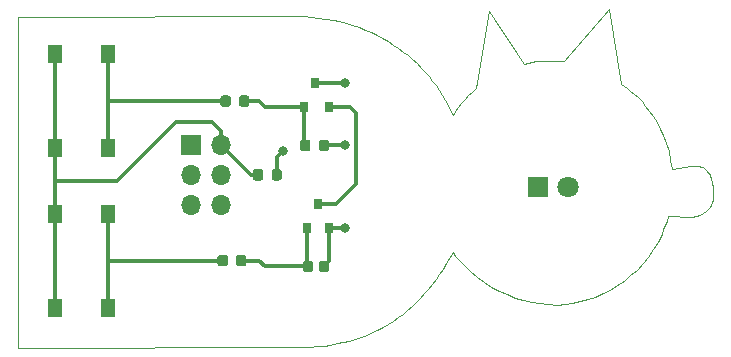
<source format=gbr>
G04 This is an RS-274x file exported by *
G04 gerbv version 2.6A *
G04 More information is available about gerbv at *
G04 http://gerbv.geda-project.org/ *
G04 --End of header info--*
%MOIN*%
%FSLAX34Y34*%
%IPPOS*%
G04 --Define apertures--*
%ADD10C,0.0039*%
%ADD11R,0.0709X0.0709*%
%ADD12C,0.0709*%
%ADD13C,0.0344*%
%ADD14R,0.0669X0.0669*%
%ADD15O,0.0669X0.0669*%
%ADD16R,0.0315X0.0354*%
%ADD17R,0.0512X0.0610*%
%ADD18C,0.0315*%
%ADD19C,0.0120*%
G04 --Start main section--*
G54D10*
G01X0033237Y-014914D02*
G01X0033215Y-014992D01*
G01X0030994Y-011770D02*
G01X0031125Y-011936D01*
G01X0033083Y-015217D02*
G01X0033011Y-015284D01*
G01X0032922Y-015345D02*
G01X0032815Y-015398D01*
G01X0032815Y-015398D02*
G01X0032687Y-015441D01*
G01X0032687Y-015441D02*
G01X0032537Y-015473D01*
G01X0031249Y-016559D02*
G01X0031081Y-016798D01*
G01X0031081Y-016798D02*
G01X0030899Y-017022D01*
G01X0031125Y-011936D02*
G01X0031252Y-012117D01*
G01X0032769Y-013780D02*
G01X0032837Y-013797D01*
G01X0033011Y-015284D02*
G01X0032922Y-015345D01*
G01X0033226Y-014335D02*
G01X0033250Y-014492D01*
G01X0030899Y-017022D02*
G01X0030702Y-017230D01*
G01X0031741Y-015449D02*
G01X0031697Y-015601D01*
G01X0032614Y-013772D02*
G01X0032695Y-013771D01*
G01X0031400Y-016304D02*
G01X0031249Y-016559D01*
G01X0031593Y-015893D02*
G01X0031533Y-016034D01*
G01X0031648Y-015749D02*
G01X0031593Y-015893D01*
G01X0030702Y-017230D02*
G01X0030494Y-017422D01*
G01X0030494Y-017422D02*
G01X0030275Y-017597D01*
G01X0031873Y-013866D02*
G01X0032527Y-013782D01*
G01X0032956Y-013857D02*
G01X0033007Y-013898D01*
G01X0031697Y-015601D02*
G01X0031648Y-015749D01*
G01X0031828Y-013562D02*
G01X0031873Y-013866D01*
G01X0029568Y-018023D02*
G01X0029321Y-018131D01*
G01X0029321Y-018131D02*
G01X0029069Y-018221D01*
G01X0033007Y-013898D02*
G01X0033053Y-013945D01*
G01X0032537Y-015473D02*
G01X0031741Y-015449D01*
G01X0033129Y-014057D02*
G01X0033160Y-014121D01*
G01X0033093Y-013998D02*
G01X0033129Y-014057D01*
G01X0033140Y-015145D02*
G01X0033083Y-015217D01*
G01X0029069Y-018221D02*
G01X0028816Y-018294D01*
G01X0028816Y-018294D02*
G01X0028561Y-018348D01*
G01X0028561Y-018348D02*
G01X0028302Y-018383D01*
G01X0031764Y-013277D02*
G01X0031828Y-013562D01*
G01X0032527Y-013782D02*
G01X0032614Y-013772D01*
G01X0033053Y-013945D02*
G01X0033093Y-013998D01*
G01X0033250Y-014492D02*
G01X0033258Y-014695D01*
G01X0033160Y-014121D02*
G01X0033186Y-014189D01*
G01X0030047Y-017756D02*
G01X0029811Y-017898D01*
G01X0033258Y-014695D02*
G01X0033250Y-014838D01*
G01X0033184Y-015069D02*
G01X0033140Y-015145D01*
G01X0030275Y-017597D02*
G01X0030047Y-017756D01*
G01X0029811Y-017898D02*
G01X0029568Y-018023D01*
G01X0030863Y-011621D02*
G01X0030994Y-011770D01*
G01X0032695Y-013771D02*
G01X0032769Y-013780D01*
G01X0030733Y-011487D02*
G01X0030863Y-011621D01*
G01X0031533Y-016034D02*
G01X0031400Y-016304D01*
G01X0031373Y-012315D02*
G01X0031487Y-012530D01*
G01X0033215Y-014992D02*
G01X0033184Y-015069D01*
G01X0031487Y-012530D02*
G01X0031592Y-012761D01*
G01X0033186Y-014189D02*
G01X0033226Y-014335D01*
G01X0031685Y-013010D02*
G01X0031764Y-013277D01*
G01X0031252Y-012117D02*
G01X0031373Y-012315D01*
G01X0031592Y-012761D02*
G01X0031685Y-013010D01*
G01X0032837Y-013797D02*
G01X0032899Y-013823D01*
G01X0032899Y-013823D02*
G01X0032956Y-013857D01*
G01X0033250Y-014838D02*
G01X0033237Y-014914D01*
G01X0020042Y-019786D02*
G01X0019813Y-019801D01*
G01X0023881Y-017714D02*
G01X0023753Y-017873D01*
G01X0019094Y-019803D02*
G01X0010079Y-019842D01*
G01X0010079Y-019842D02*
G01X0010079Y-019842D01*
G01X0027485Y-018361D02*
G01X0027207Y-018313D01*
G01X0028035Y-018396D02*
G01X0027762Y-018389D01*
G01X0023753Y-017873D02*
G01X0023620Y-018026D01*
G01X0021881Y-019318D02*
G01X0021696Y-019398D01*
G01X0024354Y-017027D02*
G01X0024242Y-017207D01*
G01X0027207Y-018313D02*
G01X0026928Y-018247D01*
G01X0019813Y-019801D02*
G01X0019579Y-019810D01*
G01X0025853Y-017801D02*
G01X0025604Y-017647D01*
G01X0022238Y-019139D02*
G01X0022062Y-019232D01*
G01X0025604Y-017647D02*
G01X0025366Y-017478D01*
G01X0022576Y-018935D02*
G01X0022409Y-019040D01*
G01X0021312Y-019537D02*
G01X0021112Y-019596D01*
G01X0026652Y-018162D02*
G01X0026379Y-018059D01*
G01X0022738Y-018823D02*
G01X0022576Y-018935D01*
G01X0021112Y-019596D02*
G01X0020908Y-019649D01*
G01X0024651Y-016769D02*
G01X0024567Y-016654D01*
G01X0025141Y-017293D02*
G01X0024932Y-017094D01*
G01X0020699Y-019694D02*
G01X0020485Y-019732D01*
G01X0020485Y-019732D02*
G01X0020266Y-019762D01*
G01X0024567Y-016654D02*
G01X0024354Y-017027D01*
G01X0024242Y-017207D02*
G01X0024125Y-017381D01*
G01X0022896Y-018705D02*
G01X0022738Y-018823D01*
G01X0022409Y-019040D02*
G01X0022238Y-019139D01*
G01X0020908Y-019649D02*
G01X0020699Y-019694D01*
G01X0020266Y-019762D02*
G01X0020042Y-019786D01*
G01X0019579Y-019810D02*
G01X0019339Y-019810D01*
G01X0019339Y-019810D02*
G01X0019094Y-019803D01*
G01X0027762Y-018389D02*
G01X0027485Y-018361D01*
G01X0024740Y-016880D02*
G01X0024651Y-016769D01*
G01X0024005Y-017550D02*
G01X0023881Y-017714D01*
G01X0022062Y-019232D02*
G01X0021881Y-019318D01*
G01X0024125Y-017381D02*
G01X0024005Y-017550D01*
G01X0023484Y-018173D02*
G01X0023343Y-018315D01*
G01X0023343Y-018315D02*
G01X0023199Y-018451D01*
G01X0026928Y-018247D02*
G01X0026652Y-018162D01*
G01X0026379Y-018059D02*
G01X0026112Y-017938D01*
G01X0025366Y-017478D02*
G01X0025141Y-017293D01*
G01X0024932Y-017094D02*
G01X0024740Y-016880D01*
G01X0023620Y-018026D02*
G01X0023484Y-018173D01*
G01X0023199Y-018451D02*
G01X0023049Y-018581D01*
G01X0028302Y-018383D02*
G01X0028035Y-018396D01*
G01X0026112Y-017938D02*
G01X0025853Y-017801D01*
G01X0023049Y-018581D02*
G01X0022896Y-018705D01*
G01X0021696Y-019398D02*
G01X0021506Y-019471D01*
G01X0021506Y-019471D02*
G01X0021312Y-019537D01*
G01X0024720Y-011857D02*
G01X0024888Y-011642D01*
G01X0022743Y-009847D02*
G01X0022907Y-009968D01*
G01X0022398Y-009620D02*
G01X0022574Y-009731D01*
G01X0022217Y-009515D02*
G01X0022398Y-009620D01*
G01X0024003Y-011095D02*
G01X0024113Y-011252D01*
G01X0024216Y-011411D02*
G01X0024313Y-011572D01*
G01X0021010Y-009017D02*
G01X0021225Y-009082D01*
G01X0020332Y-008865D02*
G01X0020563Y-008907D01*
G01X0010079Y-019842D02*
G01X0010079Y-008819D01*
G01X0022907Y-009968D02*
G01X0023065Y-010095D01*
G01X0024113Y-011252D02*
G01X0024216Y-011411D01*
G01X0022574Y-009731D02*
G01X0022743Y-009847D01*
G01X0024313Y-011572D02*
G01X0024404Y-011736D01*
G01X0024566Y-012068D02*
G01X0024720Y-011857D01*
G01X0023217Y-010226D02*
G01X0023364Y-010361D01*
G01X0021837Y-009322D02*
G01X0022030Y-009415D01*
G01X0021434Y-009155D02*
G01X0021638Y-009235D01*
G01X0024404Y-011736D02*
G01X0024488Y-011901D01*
G01X0023364Y-010361D02*
G01X0023504Y-010501D01*
G01X0024888Y-011642D02*
G01X0024985Y-011532D01*
G01X0021225Y-009082D02*
G01X0021434Y-009155D01*
G01X0010079Y-008819D02*
G01X0019094Y-008780D01*
G01X0023504Y-010501D02*
G01X0023638Y-010644D01*
G01X0025354Y-011181D02*
G01X0025787Y-008622D01*
G01X0025787Y-008622D02*
G01X0026945Y-010376D01*
G01X0020789Y-008958D02*
G01X0021010Y-009017D01*
G01X0026945Y-010376D02*
G01X0027079Y-010341D01*
G01X0027079Y-010341D02*
G01X0027215Y-010315D01*
G01X0025092Y-011419D02*
G01X0025215Y-011302D01*
G01X0027215Y-010315D02*
G01X0027358Y-010295D01*
G01X0027675Y-010274D02*
G01X0027855Y-010274D01*
G01X0021638Y-009235D02*
G01X0021837Y-009322D01*
G01X0027855Y-010274D02*
G01X0028277Y-010290D01*
G01X0028277Y-010290D02*
G01X0029764Y-008543D01*
G01X0029764Y-008543D02*
G01X0030175Y-011034D01*
G01X0023065Y-010095D02*
G01X0023217Y-010226D01*
G01X0024488Y-011901D02*
G01X0024566Y-012068D01*
G01X0023888Y-010942D02*
G01X0024003Y-011095D01*
G01X0019352Y-008779D02*
G01X0019605Y-008787D01*
G01X0030175Y-011034D02*
G01X0030372Y-011173D01*
G01X0019853Y-008804D02*
G01X0020095Y-008830D01*
G01X0019094Y-008780D02*
G01X0019352Y-008779D01*
G01X0020095Y-008830D02*
G01X0020332Y-008865D01*
G01X0020563Y-008907D02*
G01X0020789Y-008958D01*
G01X0022030Y-009415D02*
G01X0022217Y-009515D01*
G01X0023766Y-010791D02*
G01X0023888Y-010942D01*
G01X0024985Y-011532D02*
G01X0025092Y-011419D01*
G01X0027358Y-010295D02*
G01X0027510Y-010281D01*
G01X0030372Y-011173D02*
G01X0030485Y-011263D01*
G01X0027510Y-010281D02*
G01X0027675Y-010274D01*
G01X0030485Y-011263D02*
G01X0030607Y-011367D01*
G01X0030607Y-011367D02*
G01X0030733Y-011487D01*
G01X0025215Y-011302D02*
G01X0025354Y-011181D01*
G01X0019605Y-008787D02*
G01X0019853Y-008804D01*
G01X0023638Y-010644D02*
G01X0023766Y-010791D01*
G54D11*
G01X0027402Y-014488D03*
G54D12*
G01X0028402Y-014488D03*
G54D10*
G36*
G01X0019849Y-016939D02*
G01X0019857Y-016941D01*
G01X0019865Y-016943D01*
G01X0019873Y-016946D01*
G01X0019881Y-016949D01*
G01X0019888Y-016953D01*
G01X0019895Y-016959D01*
G01X0019901Y-016964D01*
G01X0019907Y-016970D01*
G01X0019912Y-016977D01*
G01X0019916Y-016985D01*
G01X0019920Y-016992D01*
G01X0019922Y-017000D01*
G01X0019925Y-017008D01*
G01X0019926Y-017017D01*
G01X0019926Y-017025D01*
G01X0019926Y-017227D01*
G01X0019926Y-017235D01*
G01X0019925Y-017244D01*
G01X0019922Y-017252D01*
G01X0019920Y-017260D01*
G01X0019916Y-017267D01*
G01X0019912Y-017275D01*
G01X0019907Y-017282D01*
G01X0019901Y-017288D01*
G01X0019895Y-017293D01*
G01X0019888Y-017298D01*
G01X0019881Y-017303D01*
G01X0019873Y-017306D01*
G01X0019865Y-017309D01*
G01X0019857Y-017311D01*
G01X0019849Y-017313D01*
G01X0019840Y-017313D01*
G01X0019668Y-017313D01*
G01X0019659Y-017313D01*
G01X0019651Y-017311D01*
G01X0019643Y-017309D01*
G01X0019635Y-017306D01*
G01X0019627Y-017303D01*
G01X0019620Y-017298D01*
G01X0019613Y-017293D01*
G01X0019607Y-017288D01*
G01X0019601Y-017282D01*
G01X0019596Y-017275D01*
G01X0019592Y-017267D01*
G01X0019588Y-017260D01*
G01X0019585Y-017252D01*
G01X0019583Y-017244D01*
G01X0019582Y-017235D01*
G01X0019582Y-017227D01*
G01X0019582Y-017025D01*
G01X0019582Y-017017D01*
G01X0019583Y-017008D01*
G01X0019585Y-017000D01*
G01X0019588Y-016992D01*
G01X0019592Y-016985D01*
G01X0019596Y-016977D01*
G01X0019601Y-016970D01*
G01X0019607Y-016964D01*
G01X0019613Y-016959D01*
G01X0019620Y-016953D01*
G01X0019627Y-016949D01*
G01X0019635Y-016946D01*
G01X0019643Y-016943D01*
G01X0019651Y-016941D01*
G01X0019659Y-016939D01*
G01X0019668Y-016939D01*
G01X0019840Y-016939D01*
G01X0019849Y-016939D01*
G01X0019849Y-016939D01*
G37*
G54D13*
G01X0019754Y-017126D03*
G54D10*
G36*
G01X0020370Y-016939D02*
G01X0020379Y-016941D01*
G01X0020387Y-016943D01*
G01X0020395Y-016946D01*
G01X0020402Y-016949D01*
G01X0020410Y-016953D01*
G01X0020416Y-016959D01*
G01X0020423Y-016964D01*
G01X0020428Y-016970D01*
G01X0020433Y-016977D01*
G01X0020438Y-016985D01*
G01X0020441Y-016992D01*
G01X0020444Y-017000D01*
G01X0020446Y-017008D01*
G01X0020447Y-017017D01*
G01X0020448Y-017025D01*
G01X0020448Y-017227D01*
G01X0020447Y-017235D01*
G01X0020446Y-017244D01*
G01X0020444Y-017252D01*
G01X0020441Y-017260D01*
G01X0020438Y-017267D01*
G01X0020433Y-017275D01*
G01X0020428Y-017282D01*
G01X0020423Y-017288D01*
G01X0020416Y-017293D01*
G01X0020410Y-017298D01*
G01X0020402Y-017303D01*
G01X0020395Y-017306D01*
G01X0020387Y-017309D01*
G01X0020379Y-017311D01*
G01X0020370Y-017313D01*
G01X0020362Y-017313D01*
G01X0020189Y-017313D01*
G01X0020181Y-017313D01*
G01X0020173Y-017311D01*
G01X0020164Y-017309D01*
G01X0020157Y-017306D01*
G01X0020149Y-017303D01*
G01X0020142Y-017298D01*
G01X0020135Y-017293D01*
G01X0020129Y-017288D01*
G01X0020123Y-017282D01*
G01X0020118Y-017275D01*
G01X0020114Y-017267D01*
G01X0020110Y-017260D01*
G01X0020107Y-017252D01*
G01X0020105Y-017244D01*
G01X0020104Y-017235D01*
G01X0020103Y-017227D01*
G01X0020103Y-017025D01*
G01X0020104Y-017017D01*
G01X0020105Y-017008D01*
G01X0020107Y-017000D01*
G01X0020110Y-016992D01*
G01X0020114Y-016985D01*
G01X0020118Y-016977D01*
G01X0020123Y-016970D01*
G01X0020129Y-016964D01*
G01X0020135Y-016959D01*
G01X0020142Y-016953D01*
G01X0020149Y-016949D01*
G01X0020157Y-016946D01*
G01X0020164Y-016943D01*
G01X0020173Y-016941D01*
G01X0020181Y-016939D01*
G01X0020189Y-016939D01*
G01X0020362Y-016939D01*
G01X0020370Y-016939D01*
G01X0020370Y-016939D01*
G37*
G54D13*
G01X0020276Y-017126D03*
G54D14*
G01X0015846Y-013091D03*
G54D15*
G01X0016846Y-013091D03*
G01X0015846Y-014091D03*
G01X0016846Y-014091D03*
G01X0015846Y-015091D03*
G01X0016846Y-015091D03*
G54D16*
G01X0019606Y-011811D03*
G01X0020453Y-011811D03*
G01X0019980Y-011024D03*
G01X0020079Y-015059D03*
G01X0020453Y-015846D03*
G01X0019705Y-015846D03*
G54D10*
G36*
G01X0018175Y-013888D02*
G01X0018184Y-013889D01*
G01X0018192Y-013892D01*
G01X0018200Y-013894D01*
G01X0018207Y-013898D01*
G01X0018215Y-013902D01*
G01X0018221Y-013907D01*
G01X0018228Y-013913D01*
G01X0018233Y-013919D01*
G01X0018238Y-013926D01*
G01X0018243Y-013933D01*
G01X0018246Y-013941D01*
G01X0018249Y-013949D01*
G01X0018251Y-013957D01*
G01X0018253Y-013965D01*
G01X0018253Y-013974D01*
G01X0018253Y-014176D01*
G01X0018253Y-014184D01*
G01X0018251Y-014192D01*
G01X0018249Y-014201D01*
G01X0018246Y-014209D01*
G01X0018243Y-014216D01*
G01X0018238Y-014224D01*
G01X0018233Y-014230D01*
G01X0018228Y-014237D01*
G01X0018221Y-014242D01*
G01X0018215Y-014247D01*
G01X0018207Y-014252D01*
G01X0018200Y-014255D01*
G01X0018192Y-014258D01*
G01X0018184Y-014260D01*
G01X0018175Y-014261D01*
G01X0018167Y-014262D01*
G01X0017995Y-014262D01*
G01X0017986Y-014261D01*
G01X0017978Y-014260D01*
G01X0017970Y-014258D01*
G01X0017962Y-014255D01*
G01X0017954Y-014252D01*
G01X0017947Y-014247D01*
G01X0017940Y-014242D01*
G01X0017934Y-014237D01*
G01X0017928Y-014230D01*
G01X0017923Y-014224D01*
G01X0017919Y-014216D01*
G01X0017915Y-014209D01*
G01X0017912Y-014201D01*
G01X0017910Y-014192D01*
G01X0017909Y-014184D01*
G01X0017908Y-014176D01*
G01X0017908Y-013974D01*
G01X0017909Y-013965D01*
G01X0017910Y-013957D01*
G01X0017912Y-013949D01*
G01X0017915Y-013941D01*
G01X0017919Y-013933D01*
G01X0017923Y-013926D01*
G01X0017928Y-013919D01*
G01X0017934Y-013913D01*
G01X0017940Y-013907D01*
G01X0017947Y-013902D01*
G01X0017954Y-013898D01*
G01X0017962Y-013894D01*
G01X0017970Y-013892D01*
G01X0017978Y-013889D01*
G01X0017986Y-013888D01*
G01X0017995Y-013888D01*
G01X0018167Y-013888D01*
G01X0018175Y-013888D01*
G01X0018175Y-013888D01*
G37*
G54D13*
G01X0018081Y-014075D03*
G54D10*
G36*
G01X0018795Y-013888D02*
G01X0018804Y-013889D01*
G01X0018812Y-013892D01*
G01X0018820Y-013894D01*
G01X0018828Y-013898D01*
G01X0018835Y-013902D01*
G01X0018842Y-013907D01*
G01X0018848Y-013913D01*
G01X0018853Y-013919D01*
G01X0018859Y-013926D01*
G01X0018863Y-013933D01*
G01X0018866Y-013941D01*
G01X0018869Y-013949D01*
G01X0018871Y-013957D01*
G01X0018873Y-013965D01*
G01X0018873Y-013974D01*
G01X0018873Y-014176D01*
G01X0018873Y-014184D01*
G01X0018871Y-014192D01*
G01X0018869Y-014201D01*
G01X0018866Y-014209D01*
G01X0018863Y-014216D01*
G01X0018859Y-014224D01*
G01X0018853Y-014230D01*
G01X0018848Y-014237D01*
G01X0018842Y-014242D01*
G01X0018835Y-014247D01*
G01X0018828Y-014252D01*
G01X0018820Y-014255D01*
G01X0018812Y-014258D01*
G01X0018804Y-014260D01*
G01X0018795Y-014261D01*
G01X0018787Y-014262D01*
G01X0018615Y-014262D01*
G01X0018606Y-014261D01*
G01X0018598Y-014260D01*
G01X0018590Y-014258D01*
G01X0018582Y-014255D01*
G01X0018574Y-014252D01*
G01X0018567Y-014247D01*
G01X0018560Y-014242D01*
G01X0018554Y-014237D01*
G01X0018548Y-014230D01*
G01X0018543Y-014224D01*
G01X0018539Y-014216D01*
G01X0018535Y-014209D01*
G01X0018532Y-014201D01*
G01X0018530Y-014192D01*
G01X0018529Y-014184D01*
G01X0018529Y-014176D01*
G01X0018529Y-013974D01*
G01X0018529Y-013965D01*
G01X0018530Y-013957D01*
G01X0018532Y-013949D01*
G01X0018535Y-013941D01*
G01X0018539Y-013933D01*
G01X0018543Y-013926D01*
G01X0018548Y-013919D01*
G01X0018554Y-013913D01*
G01X0018560Y-013907D01*
G01X0018567Y-013902D01*
G01X0018574Y-013898D01*
G01X0018582Y-013894D01*
G01X0018590Y-013892D01*
G01X0018598Y-013889D01*
G01X0018606Y-013888D01*
G01X0018615Y-013888D01*
G01X0018787Y-013888D01*
G01X0018795Y-013888D01*
G01X0018795Y-013888D01*
G37*
G54D13*
G01X0018701Y-014075D03*
G54D10*
G36*
G01X0017713Y-011428D02*
G01X0017721Y-011429D01*
G01X0017729Y-011431D01*
G01X0017737Y-011434D01*
G01X0017745Y-011437D01*
G01X0017752Y-011442D01*
G01X0017759Y-011447D01*
G01X0017765Y-011452D01*
G01X0017771Y-011459D01*
G01X0017776Y-011465D01*
G01X0017780Y-011473D01*
G01X0017784Y-011480D01*
G01X0017787Y-011488D01*
G01X0017789Y-011496D01*
G01X0017790Y-011505D01*
G01X0017790Y-011513D01*
G01X0017790Y-011715D01*
G01X0017790Y-011724D01*
G01X0017789Y-011732D01*
G01X0017787Y-011740D01*
G01X0017784Y-011748D01*
G01X0017780Y-011756D01*
G01X0017776Y-011763D01*
G01X0017771Y-011770D01*
G01X0017765Y-011776D01*
G01X0017759Y-011782D01*
G01X0017752Y-011787D01*
G01X0017745Y-011791D01*
G01X0017737Y-011795D01*
G01X0017729Y-011797D01*
G01X0017721Y-011800D01*
G01X0017713Y-011801D01*
G01X0017704Y-011801D01*
G01X0017532Y-011801D01*
G01X0017524Y-011801D01*
G01X0017515Y-011800D01*
G01X0017507Y-011797D01*
G01X0017499Y-011795D01*
G01X0017491Y-011791D01*
G01X0017484Y-011787D01*
G01X0017477Y-011782D01*
G01X0017471Y-011776D01*
G01X0017465Y-011770D01*
G01X0017460Y-011763D01*
G01X0017456Y-011756D01*
G01X0017452Y-011748D01*
G01X0017450Y-011740D01*
G01X0017448Y-011732D01*
G01X0017446Y-011724D01*
G01X0017446Y-011715D01*
G01X0017446Y-011513D01*
G01X0017446Y-011505D01*
G01X0017448Y-011496D01*
G01X0017450Y-011488D01*
G01X0017452Y-011480D01*
G01X0017456Y-011473D01*
G01X0017460Y-011465D01*
G01X0017465Y-011459D01*
G01X0017471Y-011452D01*
G01X0017477Y-011447D01*
G01X0017484Y-011442D01*
G01X0017491Y-011437D01*
G01X0017499Y-011434D01*
G01X0017507Y-011431D01*
G01X0017515Y-011429D01*
G01X0017524Y-011428D01*
G01X0017532Y-011427D01*
G01X0017704Y-011427D01*
G01X0017713Y-011428D01*
G01X0017713Y-011428D01*
G37*
G54D13*
G01X0017618Y-011614D03*
G54D10*
G36*
G01X0017093Y-011428D02*
G01X0017101Y-011429D01*
G01X0017109Y-011431D01*
G01X0017117Y-011434D01*
G01X0017125Y-011437D01*
G01X0017132Y-011442D01*
G01X0017139Y-011447D01*
G01X0017145Y-011452D01*
G01X0017151Y-011459D01*
G01X0017156Y-011465D01*
G01X0017160Y-011473D01*
G01X0017164Y-011480D01*
G01X0017167Y-011488D01*
G01X0017169Y-011496D01*
G01X0017170Y-011505D01*
G01X0017170Y-011513D01*
G01X0017170Y-011715D01*
G01X0017170Y-011724D01*
G01X0017169Y-011732D01*
G01X0017167Y-011740D01*
G01X0017164Y-011748D01*
G01X0017160Y-011756D01*
G01X0017156Y-011763D01*
G01X0017151Y-011770D01*
G01X0017145Y-011776D01*
G01X0017139Y-011782D01*
G01X0017132Y-011787D01*
G01X0017125Y-011791D01*
G01X0017117Y-011795D01*
G01X0017109Y-011797D01*
G01X0017101Y-011800D01*
G01X0017093Y-011801D01*
G01X0017084Y-011801D01*
G01X0016912Y-011801D01*
G01X0016903Y-011801D01*
G01X0016895Y-011800D01*
G01X0016887Y-011797D01*
G01X0016879Y-011795D01*
G01X0016871Y-011791D01*
G01X0016864Y-011787D01*
G01X0016857Y-011782D01*
G01X0016851Y-011776D01*
G01X0016845Y-011770D01*
G01X0016840Y-011763D01*
G01X0016836Y-011756D01*
G01X0016832Y-011748D01*
G01X0016829Y-011740D01*
G01X0016827Y-011732D01*
G01X0016826Y-011724D01*
G01X0016826Y-011715D01*
G01X0016826Y-011513D01*
G01X0016826Y-011505D01*
G01X0016827Y-011496D01*
G01X0016829Y-011488D01*
G01X0016832Y-011480D01*
G01X0016836Y-011473D01*
G01X0016840Y-011465D01*
G01X0016845Y-011459D01*
G01X0016851Y-011452D01*
G01X0016857Y-011447D01*
G01X0016864Y-011442D01*
G01X0016871Y-011437D01*
G01X0016879Y-011434D01*
G01X0016887Y-011431D01*
G01X0016895Y-011429D01*
G01X0016903Y-011428D01*
G01X0016912Y-011427D01*
G01X0017084Y-011427D01*
G01X0017093Y-011428D01*
G01X0017093Y-011428D01*
G37*
G54D13*
G01X0016998Y-011614D03*
G54D10*
G36*
G01X0020370Y-012904D02*
G01X0020379Y-012905D01*
G01X0020387Y-012907D01*
G01X0020395Y-012910D01*
G01X0020402Y-012914D01*
G01X0020410Y-012918D01*
G01X0020416Y-012923D01*
G01X0020423Y-012929D01*
G01X0020428Y-012935D01*
G01X0020433Y-012942D01*
G01X0020438Y-012949D01*
G01X0020441Y-012957D01*
G01X0020444Y-012965D01*
G01X0020446Y-012973D01*
G01X0020447Y-012981D01*
G01X0020448Y-012990D01*
G01X0020448Y-013191D01*
G01X0020447Y-013200D01*
G01X0020446Y-013208D01*
G01X0020444Y-013216D01*
G01X0020441Y-013224D01*
G01X0020438Y-013232D01*
G01X0020433Y-013239D01*
G01X0020428Y-013246D01*
G01X0020423Y-013252D01*
G01X0020416Y-013258D01*
G01X0020410Y-013263D01*
G01X0020402Y-013267D01*
G01X0020395Y-013271D01*
G01X0020387Y-013274D01*
G01X0020379Y-013276D01*
G01X0020370Y-013277D01*
G01X0020362Y-013278D01*
G01X0020189Y-013278D01*
G01X0020181Y-013277D01*
G01X0020173Y-013276D01*
G01X0020164Y-013274D01*
G01X0020157Y-013271D01*
G01X0020149Y-013267D01*
G01X0020142Y-013263D01*
G01X0020135Y-013258D01*
G01X0020129Y-013252D01*
G01X0020123Y-013246D01*
G01X0020118Y-013239D01*
G01X0020114Y-013232D01*
G01X0020110Y-013224D01*
G01X0020107Y-013216D01*
G01X0020105Y-013208D01*
G01X0020104Y-013200D01*
G01X0020103Y-013191D01*
G01X0020103Y-012990D01*
G01X0020104Y-012981D01*
G01X0020105Y-012973D01*
G01X0020107Y-012965D01*
G01X0020110Y-012957D01*
G01X0020114Y-012949D01*
G01X0020118Y-012942D01*
G01X0020123Y-012935D01*
G01X0020129Y-012929D01*
G01X0020135Y-012923D01*
G01X0020142Y-012918D01*
G01X0020149Y-012914D01*
G01X0020157Y-012910D01*
G01X0020164Y-012907D01*
G01X0020173Y-012905D01*
G01X0020181Y-012904D01*
G01X0020189Y-012904D01*
G01X0020362Y-012904D01*
G01X0020370Y-012904D01*
G01X0020370Y-012904D01*
G37*
G54D13*
G01X0020276Y-013091D03*
G54D10*
G36*
G01X0019750Y-012904D02*
G01X0019758Y-012905D01*
G01X0019767Y-012907D01*
G01X0019775Y-012910D01*
G01X0019782Y-012914D01*
G01X0019789Y-012918D01*
G01X0019796Y-012923D01*
G01X0019803Y-012929D01*
G01X0019808Y-012935D01*
G01X0019813Y-012942D01*
G01X0019818Y-012949D01*
G01X0019821Y-012957D01*
G01X0019824Y-012965D01*
G01X0019826Y-012973D01*
G01X0019827Y-012981D01*
G01X0019828Y-012990D01*
G01X0019828Y-013191D01*
G01X0019827Y-013200D01*
G01X0019826Y-013208D01*
G01X0019824Y-013216D01*
G01X0019821Y-013224D01*
G01X0019818Y-013232D01*
G01X0019813Y-013239D01*
G01X0019808Y-013246D01*
G01X0019803Y-013252D01*
G01X0019796Y-013258D01*
G01X0019789Y-013263D01*
G01X0019782Y-013267D01*
G01X0019775Y-013271D01*
G01X0019767Y-013274D01*
G01X0019758Y-013276D01*
G01X0019750Y-013277D01*
G01X0019742Y-013278D01*
G01X0019569Y-013278D01*
G01X0019561Y-013277D01*
G01X0019553Y-013276D01*
G01X0019544Y-013274D01*
G01X0019536Y-013271D01*
G01X0019529Y-013267D01*
G01X0019522Y-013263D01*
G01X0019515Y-013258D01*
G01X0019508Y-013252D01*
G01X0019503Y-013246D01*
G01X0019498Y-013239D01*
G01X0019493Y-013232D01*
G01X0019490Y-013224D01*
G01X0019487Y-013216D01*
G01X0019485Y-013208D01*
G01X0019484Y-013200D01*
G01X0019483Y-013191D01*
G01X0019483Y-012990D01*
G01X0019484Y-012981D01*
G01X0019485Y-012973D01*
G01X0019487Y-012965D01*
G01X0019490Y-012957D01*
G01X0019493Y-012949D01*
G01X0019498Y-012942D01*
G01X0019503Y-012935D01*
G01X0019508Y-012929D01*
G01X0019515Y-012923D01*
G01X0019522Y-012918D01*
G01X0019529Y-012914D01*
G01X0019536Y-012910D01*
G01X0019544Y-012907D01*
G01X0019553Y-012905D01*
G01X0019561Y-012904D01*
G01X0019569Y-012904D01*
G01X0019742Y-012904D01*
G01X0019750Y-012904D01*
G01X0019750Y-012904D01*
G37*
G54D13*
G01X0019656Y-013091D03*
G54D10*
G36*
G01X0016994Y-016743D02*
G01X0017003Y-016744D01*
G01X0017011Y-016746D01*
G01X0017019Y-016749D01*
G01X0017026Y-016752D01*
G01X0017034Y-016757D01*
G01X0017040Y-016762D01*
G01X0017047Y-016767D01*
G01X0017052Y-016774D01*
G01X0017057Y-016780D01*
G01X0017062Y-016788D01*
G01X0017065Y-016795D01*
G01X0017068Y-016803D01*
G01X0017070Y-016811D01*
G01X0017071Y-016820D01*
G01X0017072Y-016828D01*
G01X0017072Y-017030D01*
G01X0017071Y-017038D01*
G01X0017070Y-017047D01*
G01X0017068Y-017055D01*
G01X0017065Y-017063D01*
G01X0017062Y-017071D01*
G01X0017057Y-017078D01*
G01X0017052Y-017085D01*
G01X0017047Y-017091D01*
G01X0017040Y-017097D01*
G01X0017034Y-017102D01*
G01X0017026Y-017106D01*
G01X0017019Y-017110D01*
G01X0017011Y-017112D01*
G01X0017003Y-017114D01*
G01X0016994Y-017116D01*
G01X0016986Y-017116D01*
G01X0016813Y-017116D01*
G01X0016805Y-017116D01*
G01X0016797Y-017114D01*
G01X0016788Y-017112D01*
G01X0016781Y-017110D01*
G01X0016773Y-017106D01*
G01X0016766Y-017102D01*
G01X0016759Y-017097D01*
G01X0016753Y-017091D01*
G01X0016747Y-017085D01*
G01X0016742Y-017078D01*
G01X0016738Y-017071D01*
G01X0016734Y-017063D01*
G01X0016731Y-017055D01*
G01X0016729Y-017047D01*
G01X0016728Y-017038D01*
G01X0016727Y-017030D01*
G01X0016727Y-016828D01*
G01X0016728Y-016820D01*
G01X0016729Y-016811D01*
G01X0016731Y-016803D01*
G01X0016734Y-016795D01*
G01X0016738Y-016788D01*
G01X0016742Y-016780D01*
G01X0016747Y-016774D01*
G01X0016753Y-016767D01*
G01X0016759Y-016762D01*
G01X0016766Y-016757D01*
G01X0016773Y-016752D01*
G01X0016781Y-016749D01*
G01X0016788Y-016746D01*
G01X0016797Y-016744D01*
G01X0016805Y-016743D01*
G01X0016813Y-016742D01*
G01X0016986Y-016742D01*
G01X0016994Y-016743D01*
G01X0016994Y-016743D01*
G37*
G54D13*
G01X0016900Y-016929D03*
G54D10*
G36*
G01X0017614Y-016743D02*
G01X0017623Y-016744D01*
G01X0017631Y-016746D01*
G01X0017639Y-016749D01*
G01X0017646Y-016752D01*
G01X0017654Y-016757D01*
G01X0017660Y-016762D01*
G01X0017667Y-016767D01*
G01X0017672Y-016774D01*
G01X0017677Y-016780D01*
G01X0017682Y-016788D01*
G01X0017685Y-016795D01*
G01X0017688Y-016803D01*
G01X0017690Y-016811D01*
G01X0017692Y-016820D01*
G01X0017692Y-016828D01*
G01X0017692Y-017030D01*
G01X0017692Y-017038D01*
G01X0017690Y-017047D01*
G01X0017688Y-017055D01*
G01X0017685Y-017063D01*
G01X0017682Y-017071D01*
G01X0017677Y-017078D01*
G01X0017672Y-017085D01*
G01X0017667Y-017091D01*
G01X0017660Y-017097D01*
G01X0017654Y-017102D01*
G01X0017646Y-017106D01*
G01X0017639Y-017110D01*
G01X0017631Y-017112D01*
G01X0017623Y-017114D01*
G01X0017614Y-017116D01*
G01X0017606Y-017116D01*
G01X0017434Y-017116D01*
G01X0017425Y-017116D01*
G01X0017417Y-017114D01*
G01X0017409Y-017112D01*
G01X0017401Y-017110D01*
G01X0017393Y-017106D01*
G01X0017386Y-017102D01*
G01X0017379Y-017097D01*
G01X0017373Y-017091D01*
G01X0017367Y-017085D01*
G01X0017362Y-017078D01*
G01X0017358Y-017071D01*
G01X0017354Y-017063D01*
G01X0017351Y-017055D01*
G01X0017349Y-017047D01*
G01X0017348Y-017038D01*
G01X0017347Y-017030D01*
G01X0017347Y-016828D01*
G01X0017348Y-016820D01*
G01X0017349Y-016811D01*
G01X0017351Y-016803D01*
G01X0017354Y-016795D01*
G01X0017358Y-016788D01*
G01X0017362Y-016780D01*
G01X0017367Y-016774D01*
G01X0017373Y-016767D01*
G01X0017379Y-016762D01*
G01X0017386Y-016757D01*
G01X0017393Y-016752D01*
G01X0017401Y-016749D01*
G01X0017409Y-016746D01*
G01X0017417Y-016744D01*
G01X0017425Y-016743D01*
G01X0017434Y-016742D01*
G01X0017606Y-016742D01*
G01X0017614Y-016743D01*
G01X0017614Y-016743D01*
G37*
G54D13*
G01X0017520Y-016929D03*
G54D17*
G01X0011319Y-013169D03*
G01X0011319Y-010039D03*
G01X0013091Y-013169D03*
G01X0013091Y-010039D03*
G01X0013091Y-015374D03*
G01X0013091Y-018504D03*
G01X0011319Y-015374D03*
G01X0011319Y-018504D03*
G54D18*
G01X0020965Y-013091D03*
G01X0020965Y-015846D03*
G01X0020965Y-011024D03*
G01X0018898Y-013287D03*
G54D19*
G01X0020453Y-016949D02*
G01X0020276Y-017126D01*
G01X0020453Y-015846D02*
G01X0020453Y-016949D01*
G01X0020276Y-013091D02*
G01X0020965Y-013091D01*
G01X0020965Y-013091D02*
G01X0020965Y-013091D01*
G01X0020453Y-015846D02*
G01X0020730Y-015846D01*
G01X0020730Y-015846D02*
G01X0020965Y-015846D01*
G01X0020965Y-015846D02*
G01X0020965Y-015846D01*
G01X0017831Y-014075D02*
G01X0016846Y-013091D01*
G01X0018081Y-014075D02*
G01X0017831Y-014075D01*
G01X0011319Y-010039D02*
G01X0011319Y-013169D01*
G01X0011319Y-015374D02*
G01X0011319Y-018504D01*
G01X0016846Y-012617D02*
G01X0016532Y-012303D01*
G01X0016846Y-013091D02*
G01X0016846Y-012617D01*
G01X0016532Y-012303D02*
G01X0015354Y-012303D01*
G01X0013386Y-014272D02*
G01X0011319Y-014272D01*
G01X0015354Y-012303D02*
G01X0013386Y-014272D01*
G01X0011319Y-013169D02*
G01X0011319Y-014272D01*
G01X0011319Y-014272D02*
G01X0011319Y-015374D01*
G01X0019606Y-011811D02*
G01X0018307Y-011811D01*
G01X0018307Y-011811D02*
G01X0018110Y-011614D01*
G01X0018110Y-011614D02*
G01X0017618Y-011614D01*
G01X0019606Y-013041D02*
G01X0019656Y-013091D01*
G01X0019606Y-011811D02*
G01X0019606Y-013041D01*
G01X0020079Y-015059D02*
G01X0020669Y-015059D01*
G01X0020669Y-015059D02*
G01X0021358Y-014370D01*
G01X0021358Y-014370D02*
G01X0021358Y-012008D01*
G01X0021161Y-011811D02*
G01X0020453Y-011811D01*
G01X0021358Y-012008D02*
G01X0021161Y-011811D01*
G01X0019754Y-017126D02*
G01X0018307Y-017126D01*
G01X0018307Y-017126D02*
G01X0018110Y-016929D01*
G01X0018110Y-016929D02*
G01X0017520Y-016929D01*
G01X0019705Y-017077D02*
G01X0019754Y-017126D01*
G01X0019705Y-015846D02*
G01X0019705Y-017077D01*
G01X0016998Y-011614D02*
G01X0013386Y-011614D01*
G01X0013386Y-011614D02*
G01X0013091Y-011614D01*
G01X0013091Y-010039D02*
G01X0013091Y-011614D01*
G01X0013091Y-011614D02*
G01X0013091Y-013169D01*
G01X0016900Y-016929D02*
G01X0013386Y-016929D01*
G01X0013386Y-016929D02*
G01X0013091Y-016929D01*
G01X0013091Y-015374D02*
G01X0013091Y-016929D01*
G01X0013091Y-016929D02*
G01X0013091Y-018504D01*
G01X0019980Y-011024D02*
G01X0020258Y-011024D01*
G01X0020258Y-011024D02*
G01X0020374Y-011024D01*
G01X0020374Y-011024D02*
G01X0020866Y-011024D01*
G01X0020866Y-011024D02*
G01X0020965Y-011024D01*
G01X0020965Y-011024D02*
G01X0020965Y-011024D01*
G01X0018701Y-013484D02*
G01X0018898Y-013287D01*
G01X0018701Y-014075D02*
G01X0018701Y-013484D01*
M02*

</source>
